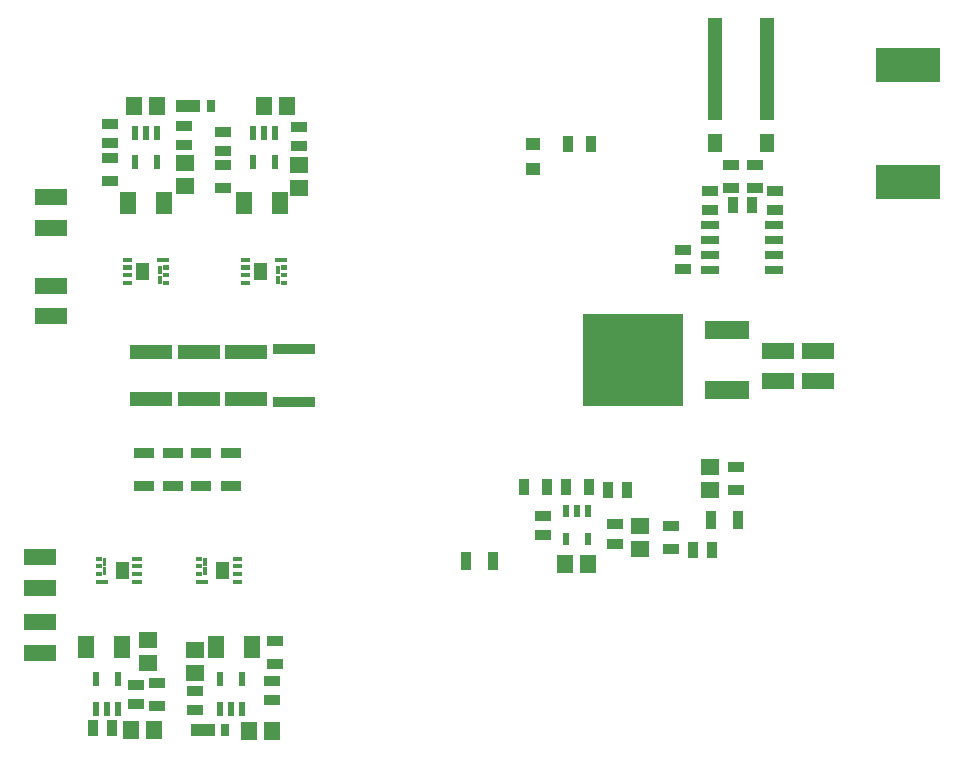
<source format=gtp>
G04*
G04 #@! TF.GenerationSoftware,Altium Limited,Altium Designer,21.6.4 (81)*
G04*
G04 Layer_Color=8421504*
%FSLAX44Y44*%
%MOMM*%
G71*
G04*
G04 #@! TF.SameCoordinates,04AFCEB9-1927-4C3B-B3D4-275DD85C2008*
G04*
G04*
G04 #@! TF.FilePolarity,Positive*
G04*
G01*
G75*
%ADD18R,1.3900X0.9600*%
%ADD19R,0.6000X1.1000*%
%ADD20R,1.3500X1.5500*%
%ADD21R,0.9500X1.4500*%
%ADD22R,0.9600X1.3900*%
%ADD23R,1.5500X1.3500*%
%ADD24R,1.4500X0.9500*%
%ADD25R,0.9562X1.5562*%
%ADD26R,1.2000X1.1000*%
%ADD27R,1.2000X8.7000*%
%ADD28R,1.2000X1.6000*%
%ADD29R,8.5100X7.8700*%
%ADD30R,3.8100X1.6200*%
%ADD31R,2.8200X1.4300*%
%ADD32R,1.7000X0.9500*%
%ADD33R,3.6100X0.8100*%
%ADD34R,3.5200X1.2500*%
%ADD35R,0.6000X1.2000*%
%ADD36R,0.8000X1.1000*%
%ADD37R,2.0000X1.1000*%
%ADD38R,1.0000X0.3400*%
%ADD39R,1.5250X0.6500*%
%ADD40R,1.3561X1.8582*%
%ADD41R,5.4000X2.9000*%
G36*
X102450Y215000D02*
X97450D01*
Y218500D01*
X102450D01*
Y215000D01*
D02*
G37*
G36*
X106600Y210900D02*
X103400D01*
Y217500D01*
X106600D01*
Y210900D01*
D02*
G37*
G36*
X102450Y208500D02*
X97450D01*
Y212000D01*
X102450D01*
Y208500D01*
D02*
G37*
G36*
X106600Y202900D02*
X103400D01*
Y209500D01*
X106600D01*
Y202900D01*
D02*
G37*
G36*
X102450Y202000D02*
X97450D01*
Y205500D01*
X102450D01*
Y202000D01*
D02*
G37*
G36*
X136550Y215000D02*
X128550D01*
Y218500D01*
X136550D01*
Y215000D01*
D02*
G37*
G36*
Y208500D02*
X128550D01*
Y212000D01*
X136550D01*
Y208500D01*
D02*
G37*
G36*
Y202000D02*
X128550D01*
Y205500D01*
X136550D01*
Y202000D01*
D02*
G37*
G36*
X125350Y199750D02*
X114550D01*
Y214250D01*
X125350D01*
Y199750D01*
D02*
G37*
G36*
X136550Y195500D02*
X128550D01*
Y199000D01*
X136550D01*
Y195500D01*
D02*
G37*
G36*
X187450Y215000D02*
X182450D01*
Y218500D01*
X187450D01*
Y215000D01*
D02*
G37*
G36*
X191600Y210900D02*
X188400D01*
Y217500D01*
X191600D01*
Y210900D01*
D02*
G37*
G36*
X187450Y208500D02*
X182450D01*
Y212000D01*
X187450D01*
Y208500D01*
D02*
G37*
G36*
X191600Y202900D02*
X188400D01*
Y209500D01*
X191600D01*
Y202900D01*
D02*
G37*
G36*
X187450Y202000D02*
X182450D01*
Y205500D01*
X187450D01*
Y202000D01*
D02*
G37*
G36*
X221550Y215000D02*
X213550D01*
Y218500D01*
X221550D01*
Y215000D01*
D02*
G37*
G36*
Y208500D02*
X213550D01*
Y212000D01*
X221550D01*
Y208500D01*
D02*
G37*
G36*
Y202000D02*
X213550D01*
Y205500D01*
X221550D01*
Y202000D01*
D02*
G37*
G36*
X210350Y199750D02*
X199550D01*
Y214250D01*
X210350D01*
Y199750D01*
D02*
G37*
G36*
X221550Y195500D02*
X213550D01*
Y199000D01*
X221550D01*
Y195500D01*
D02*
G37*
G36*
X128450Y468000D02*
X120450D01*
Y471500D01*
X128450D01*
Y468000D01*
D02*
G37*
G36*
Y461500D02*
X120450D01*
Y465000D01*
X128450D01*
Y461500D01*
D02*
G37*
G36*
Y455000D02*
X120450D01*
Y458500D01*
X128450D01*
Y455000D01*
D02*
G37*
G36*
X142450Y452750D02*
X131650D01*
Y467250D01*
X142450D01*
Y452750D01*
D02*
G37*
G36*
X128450Y448500D02*
X120450D01*
Y452000D01*
X128450D01*
Y448500D01*
D02*
G37*
G36*
X159550Y461500D02*
X154550D01*
Y465000D01*
X159550D01*
Y461500D01*
D02*
G37*
G36*
X153600Y457500D02*
X150400D01*
Y464100D01*
X153600D01*
Y457500D01*
D02*
G37*
G36*
X159550Y455000D02*
X154550D01*
Y458500D01*
X159550D01*
Y455000D01*
D02*
G37*
G36*
X153600Y449500D02*
X150400D01*
Y456100D01*
X153600D01*
Y449500D01*
D02*
G37*
G36*
X159550Y448500D02*
X154550D01*
Y452000D01*
X159550D01*
Y448500D01*
D02*
G37*
G36*
X228450Y468000D02*
X220450D01*
Y471500D01*
X228450D01*
Y468000D01*
D02*
G37*
G36*
Y461500D02*
X220450D01*
Y465000D01*
X228450D01*
Y461500D01*
D02*
G37*
G36*
Y455000D02*
X220450D01*
Y458500D01*
X228450D01*
Y455000D01*
D02*
G37*
G36*
X242450Y452750D02*
X231650D01*
Y467250D01*
X242450D01*
Y452750D01*
D02*
G37*
G36*
X228450Y448500D02*
X220450D01*
Y452000D01*
X228450D01*
Y448500D01*
D02*
G37*
G36*
X259550Y461500D02*
X254550D01*
Y465000D01*
X259550D01*
Y461500D01*
D02*
G37*
G36*
X253600Y457500D02*
X250400D01*
Y464100D01*
X253600D01*
Y457500D01*
D02*
G37*
G36*
X259550Y455000D02*
X254550D01*
Y458500D01*
X259550D01*
Y455000D01*
D02*
G37*
G36*
X253600Y449500D02*
X250400D01*
Y456100D01*
X253600D01*
Y449500D01*
D02*
G37*
G36*
X259550Y448500D02*
X254550D01*
Y452000D01*
X259550D01*
Y448500D01*
D02*
G37*
D18*
X536792Y229503D02*
D03*
Y245702D02*
D03*
X475957Y236900D02*
D03*
Y253100D02*
D03*
X132000Y110100D02*
D03*
Y93900D02*
D03*
X172000Y583100D02*
D03*
Y566900D02*
D03*
X110000Y568900D02*
D03*
Y585100D02*
D03*
X247000Y113100D02*
D03*
Y96900D02*
D03*
X182000Y105100D02*
D03*
Y88900D02*
D03*
X595000Y461900D02*
D03*
Y478100D02*
D03*
X618000Y528100D02*
D03*
Y511900D02*
D03*
X673000Y528100D02*
D03*
Y511900D02*
D03*
X205000Y561900D02*
D03*
Y578100D02*
D03*
X270000Y582100D02*
D03*
Y565900D02*
D03*
D19*
X514500Y257000D02*
D03*
X505000D02*
D03*
X495500D02*
D03*
Y233000D02*
D03*
X514500D02*
D03*
D20*
X514750Y211798D02*
D03*
X495250D02*
D03*
X227250Y71000D02*
D03*
X246750D02*
D03*
X259750Y600000D02*
D03*
X240250D02*
D03*
X127250Y72000D02*
D03*
X146750D02*
D03*
X149750Y600000D02*
D03*
X130250D02*
D03*
D21*
X515293Y277043D02*
D03*
X495793D02*
D03*
X517000Y567500D02*
D03*
X497500D02*
D03*
X479750Y277043D02*
D03*
X460250D02*
D03*
D22*
X531135Y275000D02*
D03*
X547335D02*
D03*
X603343Y224303D02*
D03*
X619543D02*
D03*
X111100Y73000D02*
D03*
X94900D02*
D03*
X653100Y516000D02*
D03*
X636900D02*
D03*
D23*
X558495Y244750D02*
D03*
Y225250D02*
D03*
X617798Y294750D02*
D03*
Y275250D02*
D03*
X270000Y530250D02*
D03*
Y549750D02*
D03*
X142000Y128250D02*
D03*
Y147750D02*
D03*
X173000Y551750D02*
D03*
Y532250D02*
D03*
X182000Y120250D02*
D03*
Y139750D02*
D03*
D24*
X585000Y244750D02*
D03*
Y225250D02*
D03*
X640000Y294750D02*
D03*
Y275250D02*
D03*
X149000Y111750D02*
D03*
Y92250D02*
D03*
X110000Y555750D02*
D03*
Y536250D02*
D03*
X249000Y127250D02*
D03*
Y146750D02*
D03*
X656042Y530250D02*
D03*
Y549750D02*
D03*
X635000Y530250D02*
D03*
Y549750D02*
D03*
X205000D02*
D03*
Y530250D02*
D03*
D25*
X618250Y249377D02*
D03*
X641750D02*
D03*
X434250Y215000D02*
D03*
X410750D02*
D03*
D26*
X467500Y568000D02*
D03*
Y547000D02*
D03*
D27*
X666000Y631250D02*
D03*
X622000D02*
D03*
D28*
Y568750D02*
D03*
X666000D02*
D03*
D29*
X552772Y384600D02*
D03*
D30*
X632172Y410000D02*
D03*
Y359200D02*
D03*
D31*
X60000Y497100D02*
D03*
Y522900D02*
D03*
Y447900D02*
D03*
Y422100D02*
D03*
X50196Y192100D02*
D03*
Y217900D02*
D03*
X50000Y162900D02*
D03*
Y137100D02*
D03*
X675115Y392900D02*
D03*
Y367100D02*
D03*
X709358Y392900D02*
D03*
Y367100D02*
D03*
D32*
X212000Y306000D02*
D03*
Y278000D02*
D03*
X187085Y306000D02*
D03*
Y278000D02*
D03*
X162543Y306000D02*
D03*
Y278000D02*
D03*
X138000Y306000D02*
D03*
Y278000D02*
D03*
D33*
X265000Y349500D02*
D03*
Y394500D02*
D03*
D34*
X225000Y352200D02*
D03*
Y391800D02*
D03*
X185000Y352200D02*
D03*
Y391800D02*
D03*
X144000Y352200D02*
D03*
Y391800D02*
D03*
D35*
X97500Y89500D02*
D03*
X107000D02*
D03*
X116500D02*
D03*
Y114500D02*
D03*
X97500D02*
D03*
X202500Y89500D02*
D03*
X212000D02*
D03*
X221500D02*
D03*
Y114500D02*
D03*
X202500D02*
D03*
X249500Y577500D02*
D03*
X240000D02*
D03*
X230500D02*
D03*
Y552500D02*
D03*
X249500D02*
D03*
X149500Y577500D02*
D03*
X140000D02*
D03*
X130500D02*
D03*
Y552500D02*
D03*
X149500D02*
D03*
D36*
X195000Y600000D02*
D03*
X207000Y72000D02*
D03*
D37*
X176000Y600000D02*
D03*
X188000Y72000D02*
D03*
D38*
X102500Y197250D02*
D03*
X254500Y469750D02*
D03*
X187500Y197250D02*
D03*
X154500Y469750D02*
D03*
D39*
X672120Y460950D02*
D03*
Y473650D02*
D03*
Y486350D02*
D03*
Y499050D02*
D03*
X617880D02*
D03*
Y486350D02*
D03*
Y473650D02*
D03*
Y460950D02*
D03*
D40*
X155261Y518000D02*
D03*
X124739D02*
D03*
X199739Y142000D02*
D03*
X230261D02*
D03*
X253261Y518000D02*
D03*
X222739D02*
D03*
X119427Y142000D02*
D03*
X88906D02*
D03*
D41*
X785000Y634500D02*
D03*
Y535500D02*
D03*
M02*

</source>
